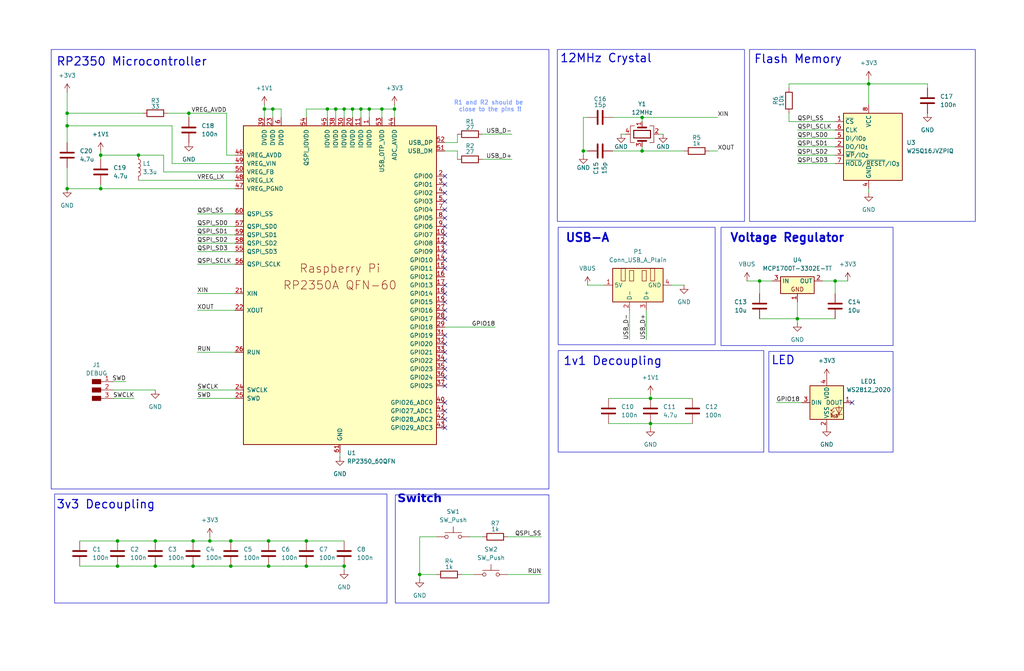
<source format=kicad_sch>
(kicad_sch (version 20250114) (generator "eeschema") (generator_version "9.0")
  (paper "User" 309.88 203.2)
  (lib_symbols
    (symbol "Device:C" (pin_numbers (hide yes)) (pin_names (offset 0.254))
      (property "Reference" "C" (at 0.635 2.54 0))
      (property "Value" "C" (at 0.635 -2.54 0))
      (symbol "C_0_1"
        (polyline (pts (xy -2.032 0.762) (xy 2.032 0.762)) (stroke (width 0.508)))
        (polyline (pts (xy -2.032 -0.762) (xy 2.032 -0.762)) (stroke (width 0.508)))
      )
      (symbol "C_1_1"
        (pin passive line (at 0 3.81 270) (length 2.794) (name "~") (number "1"))
        (pin passive line (at 0 -3.81 90) (length 2.794) (name "~") (number "2"))
      )
    )
    (symbol "Device:Crystal_GND24" (pin_names (offset 1.016) (hide yes))
      (property "Reference" "Y" (at 3.175 5.08 0))
      (property "Value" "Crystal_GND24" (at 3.175 3.175 0))
      (symbol "Crystal_GND24_0_1"
        (polyline (pts (xy -2.54 2.286) (xy -2.54 3.556) (xy 2.54 3.556) (xy 2.54 2.286)))
        (polyline (pts (xy -2.54 0) (xy -2.032 0)))
        (polyline (pts (xy -2.54 -2.286) (xy -2.54 -3.556) (xy 2.54 -3.556) (xy 2.54 -2.286)))
        (polyline (pts (xy -2.032 -1.27) (xy -2.032 1.27)) (stroke (width 0.508)))
        (rectangle (start -1.143 2.54) (end 1.143 -2.54) (stroke (width 0.3048)))
        (polyline (pts (xy 0 3.556) (xy 0 3.81)))
        (polyline (pts (xy 0 -3.81) (xy 0 -3.556)))
        (polyline (pts (xy 2.032 0) (xy 2.54 0)))
        (polyline (pts (xy 2.032 -1.27) (xy 2.032 1.27)) (stroke (width 0.508)))
      )
      (symbol "Crystal_GND24_1_1"
        (pin passive line (at -3.81 0 0) (length 1.27) (name "1") (number "1"))
        (pin passive line (at 0 5.08 270) (length 1.27) (name "2") (number "2"))
        (pin passive line (at 0 -5.08 90) (length 1.27) (name "4") (number "4"))
        (pin passive line (at 3.81 0 180) (length 1.27) (name "3") (number "3"))
      )
    )
    (symbol "Device:L" (pin_numbers (hide yes)) (pin_names (offset 1.016) (hide yes))
      (property "Reference" "L" (at -1.27 0 90))
      (property "Value" "L" (at 1.905 0 90))
      (symbol "L_0_1"
        (arc (start 0 2.54) (mid 0.6323 1.905) (end 0 1.27))
        (arc (start 0 1.27) (mid 0.6323 0.635) (end 0 0))
        (arc (start 0 0) (mid 0.6323 -0.635) (end 0 -1.27))
        (arc (start 0 -1.27) (mid 0.6323 -1.905) (end 0 -2.54))
      )
      (symbol "L_1_1"
        (pin passive line (at 0 3.81 270) (length 1.27) (name "1") (number "1"))
        (pin passive line (at 0 -3.81 90) (length 1.27) (name "2") (number "2"))
      )
    )
    (symbol "Device:R" (pin_numbers (hide yes)) (pin_names (offset 0))
      (property "Reference" "R" (at 2.032 0 90))
      (property "Value" "R" (at 0 0 90))
      (symbol "R_0_1"
        (rectangle (start -1.016 -2.54) (end 1.016 2.54) (stroke (width 0.254)))
      )
      (symbol "R_1_1"
        (pin passive line (at 0 3.81 270) (length 1.27) (name "~") (number "1"))
        (pin passive line (at 0 -3.81 90) (length 1.27) (name "~") (number "2"))
      )
    )
    (symbol "MCU_RaspberryPi_RP2350:RP2350_60QFN" (pin_names (offset 1.016))
      (property "Reference" "U" (at -29.21 49.53 0))
      (property "Value" "RP2350_60QFN" (at 24.13 -49.53 0))
      (symbol "RP2350_60QFN_0_0"
        (text "Raspberry Pi" (at 0 5.08 0) (effects (font (size 2.54 2.54))))
      )
      (symbol "RP2350_60QFN_0_1"
        (rectangle (start 29.21 48.26) (end -29.21 -48.26) (stroke (width 0.254)) (fill (type background)))
      )
      (symbol "RP2350_60QFN_1_0"
        (text "RP2350A QFN-60" (at 0 0 0) (effects (font (size 2.54 2.54))))
      )
      (symbol "RP2350_60QFN_1_1"
        (pin power_in line (at -31.75 39.37 0) (length 2.54) (name "VREG_AVDD") (number "46"))
        (pin power_in line (at -31.75 36.83 0) (length 2.54) (name "VREG_VIN") (number "49"))
        (pin input line (at -31.75 34.29 0) (length 2.54) (name "VREG_FB") (number "50"))
        (pin power_out line (at -31.75 31.75 0) (length 2.54) (name "VREG_LX") (number "48"))
        (pin power_in line (at -31.75 29.21 0) (length 2.54) (name "VREG_PGND") (number "47"))
        (pin bidirectional line (at -31.75 21.59 0) (length 2.54) (name "QSPI_SS") (number "60"))
        (pin bidirectional line (at -31.75 17.78 0) (length 2.54) (name "QSPI_SD0") (number "57"))
        (pin bidirectional line (at -31.75 15.24 0) (length 2.54) (name "QSPI_SD1") (number "59"))
        (pin bidirectional line (at -31.75 12.7 0) (length 2.54) (name "QSPI_SD2") (number "58"))
        (pin bidirectional line (at -31.75 10.16 0) (length 2.54) (name "QSPI_SD3") (number "55"))
        (pin output line (at -31.75 6.35 0) (length 2.54) (name "QSPI_SCLK") (number "56"))
        (pin input line (at -31.75 -2.54 0) (length 2.54) (name "XIN") (number "21"))
        (pin passive line (at -31.75 -7.62 0) (length 2.54) (name "XOUT") (number "22"))
        (pin input line (at -31.75 -20.32 0) (length 2.54) (name "RUN") (number "26"))
        (pin output line (at -31.75 -31.75 0) (length 2.54) (name "SWCLK") (number "24"))
        (pin bidirectional line (at -31.75 -34.29 0) (length 2.54) (name "SWD") (number "25"))
        (pin power_in line (at -22.86 50.8 270) (length 2.54) (name "DVDD") (number "39"))
        (pin power_in line (at -20.32 50.8 270) (length 2.54) (name "DVDD") (number "23"))
        (pin power_in line (at -17.78 50.8 270) (length 2.54) (name "DVDD") (number "6"))
        (pin power_in line (at -10.16 50.8 270) (length 2.54) (name "QSPI_IOVDD") (number "54"))
        (pin power_in line (at -3.81 50.8 270) (length 2.54) (name "IOVDD") (number "45"))
        (pin power_in line (at -1.27 50.8 270) (length 2.54) (name "IOVDD") (number "38"))
        (pin power_in line (at 0 -50.8 90) (length 2.54) (name "GND") (number "61"))
        (pin power_in line (at 1.27 50.8 270) (length 2.54) (name "IOVDD") (number "30"))
        (pin power_in line (at 3.81 50.8 270) (length 2.54) (name "IOVDD") (number "20"))
        (pin power_in line (at 6.35 50.8 270) (length 2.54) (name "IOVDD") (number "11"))
        (pin power_in line (at 8.89 50.8 270) (length 2.54) (name "IOVDD") (number "1"))
        (pin power_in line (at 12.7 50.8 270) (length 2.54) (name "USB_OTP_VDD") (number "53"))
        (pin power_in line (at 16.51 50.8 270) (length 2.54) (name "ADC_AVDD") (number "44"))
        (pin bidirectional line (at 31.75 43.18 180) (length 2.54) (name "USB_DP") (number "52"))
        (pin bidirectional line (at 31.75 40.64 180) (length 2.54) (name "USB_DM") (number "51"))
        (pin bidirectional line (at 31.75 33.02 180) (length 2.54) (name "GPIO0") (number "2"))
        (pin bidirectional line (at 31.75 30.48 180) (length 2.54) (name "GPIO1") (number "3"))
        (pin bidirectional line (at 31.75 27.94 180) (length 2.54) (name "GPIO2") (number "4"))
        (pin bidirectional line (at 31.75 25.4 180) (length 2.54) (name "GPIO3") (number "5"))
        (pin bidirectional line (at 31.75 22.86 180) (length 2.54) (name "GPIO4") (number "7"))
        (pin bidirectional line (at 31.75 20.32 180) (length 2.54) (name "GPIO5") (number "8"))
        (pin bidirectional line (at 31.75 17.78 180) (length 2.54) (name "GPIO6") (number "9"))
        (pin bidirectional line (at 31.75 15.24 180) (length 2.54) (name "GPIO7") (number "10"))
        (pin bidirectional line (at 31.75 12.7 180) (length 2.54) (name "GPIO8") (number "12"))
        (pin bidirectional line (at 31.75 10.16 180) (length 2.54) (name "GPIO9") (number "13"))
        (pin bidirectional line (at 31.75 7.62 180) (length 2.54) (name "GPIO10") (number "14"))
        (pin bidirectional line (at 31.75 5.08 180) (length 2.54) (name "GPIO11") (number "15"))
        (pin bidirectional line (at 31.75 2.54 180) (length 2.54) (name "GPIO12") (number "16"))
        (pin bidirectional line (at 31.75 0 180) (length 2.54) (name "GPIO13") (number "17"))
        (pin bidirectional line (at 31.75 -2.54 180) (length 2.54) (name "GPIO14") (number "18"))
        (pin bidirectional line (at 31.75 -5.08 180) (length 2.54) (name "GPIO15") (number "19"))
        (pin bidirectional line (at 31.75 -7.62 180) (length 2.54) (name "GPIO16") (number "27"))
        (pin bidirectional line (at 31.75 -10.16 180) (length 2.54) (name "GPIO17") (number "28"))
        (pin bidirectional line (at 31.75 -12.7 180) (length 2.54) (name "GPIO18") (number "29"))
        (pin bidirectional line (at 31.75 -15.24 180) (length 2.54) (name "GPIO19") (number "31"))
        (pin bidirectional line (at 31.75 -17.78 180) (length 2.54) (name "GPIO20") (number "32"))
        (pin bidirectional line (at 31.75 -20.32 180) (length 2.54) (name "GPIO21") (number "33"))
        (pin bidirectional line (at 31.75 -22.86 180) (length 2.54) (name "GPIO22") (number "34"))
        (pin bidirectional line (at 31.75 -25.4 180) (length 2.54) (name "GPIO23") (number "35"))
        (pin bidirectional line (at 31.75 -27.94 180) (length 2.54) (name "GPIO24") (number "36"))
        (pin bidirectional line (at 31.75 -30.48 180) (length 2.54) (name "GPIO25") (number "37"))
        (pin bidirectional line (at 31.75 -35.56 180) (length 2.54) (name "GPIO26_ADC0") (number "40"))
        (pin bidirectional line (at 31.75 -38.1 180) (length 2.54) (name "GPIO27_ADC1") (number "41"))
        (pin bidirectional line (at 31.75 -40.64 180) (length 2.54) (name "GPIO28_ADC2") (number "42"))
        (pin bidirectional line (at 31.75 -43.18 180) (length 2.54) (name "GPIO29_ADC3") (number "43"))
      )
    )
    (symbol "Memory_Flash:W25Q128JVS"
      (property "Reference" "U" (at -6.35 11.43 0))
      (property "Value" "W25Q128JVS" (at 7.62 11.43 0))
      (symbol "W25Q128JVS_0_1"
        (rectangle (start -7.62 10.16) (end 10.16 -10.16) (stroke (width 0.254)) (fill (type background)))
      )
      (symbol "W25Q128JVS_1_1"
        (pin input line (at -10.16 7.62 0) (length 2.54) (name "~{CS}") (number "1"))
        (pin input line (at -10.16 5.08 0) (length 2.54) (name "CLK") (number "6"))
        (pin bidirectional line (at -10.16 2.54 0) (length 2.54) (name "DI/IO_{0}") (number "5"))
        (pin bidirectional line (at -10.16 0 0) (length 2.54) (name "DO/IO_{1}") (number "2"))
        (pin bidirectional line (at -10.16 -2.54 0) (length 2.54) (name "~{WP}/IO_{2}") (number "3"))
        (pin bidirectional line (at -10.16 -5.08 0) (length 2.54) (name "~{HOLD}/~{RESET}/IO_{3}") (number "7"))
        (pin power_in line (at 0 12.7 270) (length 2.54) (name "VCC") (number "8"))
        (pin power_in line (at 0 -12.7 90) (length 2.54) (name "GND") (number "4"))
      )
    )
    (symbol "PCM_Voltage_Regulator_AKL:MCP1700T-3302E-TT"
      (property "Reference" "U" (at 0 6.35 0))
      (property "Value" "MCP1700T-3302E-TT" (at 0 3.81 0))
      (symbol "MCP1700T-3302E-TT_0_0"
        (rectangle (start -5.08 1.27) (end 5.08 -3.81) (stroke (width 0.254)) (fill (type background)))
        (text "GND" (at 0 -2.54 0) (effects (font (size 1.27 1.27))))
      )
      (symbol "MCP1700T-3302E-TT_1_1"
        (pin power_in line (at -7.62 0 0) (length 2.54) (name "IN") (number "3"))
        (pin power_in line (at 0 -6.35 90) (length 2.54) (name "~") (number "1"))
        (pin power_out line (at 7.62 0 180) (length 2.54) (name "OUT") (number "2"))
      )
    )
    (symbol "PCM_fab:Conn_USB_A_Plain"
      (property "Reference" "P" (at -5.08 8.89 0))
      (property "Value" "Conn_USB_A_Plain" (at 1.27 8.89 0))
      (symbol "Conn_USB_A_Plain_0_1"
        (rectangle (start -5.08 7.62) (end 5.08 -7.62) (stroke (width 0.254)) (fill (type background)))
        (rectangle (start 1.27 5.08) (end 5.08 3.81))
        (rectangle (start 1.27 2.54) (end 4.445 1.27))
        (rectangle (start 1.27 -1.27) (end 4.445 -2.54))
        (rectangle (start 1.27 -3.81) (end 5.08 -5.08))
      )
      (symbol "Conn_USB_A_Plain_1_1"
        (pin bidirectional line (at -7.62 2.54 0) (length 2.54) (name "D-") (number "2"))
        (pin bidirectional line (at -7.62 -2.54 0) (length 2.54) (name "D+") (number "3"))
        (pin power_in line (at 0 10.16 270) (length 2.54) (name "5V") (number "1"))
        (pin power_in line (at 0 -10.16 90) (length 2.54) (name "GND") (number "4"))
      )
    )
    (symbol "PCM_fab:PinHeader_01x03_P2.54mm_Vertical_THT_D1mm" (pin_names (hide yes))
      (property "Reference" "J" (at 0 5.08 0))
      (property "Value" "PinHeader_01x03_P2.54mm_Vertical_THT_D1mm" (at 0 -5.08 0))
      (symbol "PinHeader_01x03_P2.54mm_Vertical_THT_D1mm_1_1"
        (rectangle (start -1.27 3.175) (end 1.27 1.905) (stroke (width 0.254)) (fill (type outline)))
        (rectangle (start -1.27 0.635) (end 1.27 -0.635) (stroke (width 0.254)) (fill (type outline)))
        (rectangle (start -1.27 -1.905) (end 1.27 -3.175) (stroke (width 0.254)) (fill (type outline)))
        (pin passive line (at 5.08 2.54 180) (length 3.81) (name "Pin_1") (number "1"))
        (pin passive line (at 5.08 0 180) (length 3.81) (name "Pin_2") (number "2"))
        (pin passive line (at 5.08 -2.54 180) (length 3.81) (name "Pin_3") (number "3"))
      )
    )
    (symbol "PCM_marbastlib-various:WS2812_2020" (pin_names (offset 0.254))
      (property "Reference" "LED" (at 5.08 5.715 0))
      (property "Value" "WS2812_2020" (at 1.27 -5.715 0))
      (symbol "WS2812_2020_0_0"
        (text "RGB" (at 2.286 -4.191 0) (effects (font (size 0.762 0.762))))
      )
      (symbol "WS2812_2020_0_1"
        (polyline (pts (xy 1.27 -2.54) (xy 1.778 -2.54)))
        (polyline (pts (xy 1.27 -3.556) (xy 1.778 -3.556)))
        (polyline (pts (xy 2.286 -1.524) (xy 1.27 -2.54) (xy 1.27 -2.032)))
        (polyline (pts (xy 2.286 -2.54) (xy 1.27 -3.556) (xy 1.27 -3.048)))
        (polyline (pts (xy 3.683 -1.016) (xy 3.683 -3.556) (xy 3.683 -4.064)))
        (polyline (pts (xy 4.699 -1.524) (xy 2.667 -1.524) (xy 3.683 -3.556) (xy 4.699 -1.524)))
        (polyline (pts (xy 4.699 -3.556) (xy 2.667 -3.556)))
        (rectangle (start 5.08 5.08) (end -5.08 -5.08) (stroke (width 0.254)) (fill (type background)))
      )
      (symbol "WS2812_2020_1_1"
        (pin input line (at -7.62 0 0) (length 2.54) (name "DIN") (number "3"))
        (pin power_in line (at 0 7.62 270) (length 2.54) (name "VDD") (number "4"))
        (pin power_in line (at 0 -7.62 90) (length 2.54) (name "VSS") (number "2"))
        (pin output line (at 7.62 0 180) (length 2.54) (name "DOUT") (number "1"))
      )
    )
    (symbol "Switch:SW_Push" (pin_numbers (hide yes)) (pin_names (offset 1.016) (hide yes))
      (property "Reference" "SW" (at 1.27 2.54 0))
      (property "Value" "SW_Push" (at 0 -1.524 0))
      (symbol "SW_Push_0_1"
        (circle (center -2.032 0) (radius 0.508))
        (polyline (pts (xy 0 1.27) (xy 0 3.048)))
        (circle (center 2.032 0) (radius 0.508))
        (polyline (pts (xy 2.54 1.27) (xy -2.54 1.27)))
        (pin passive line (at -5.08 0 0) (length 2.54) (name "1") (number "1"))
        (pin passive line (at 5.08 0 180) (length 2.54) (name "2") (number "2"))
      )
    )
    (symbol "power:+1V1" (power) (pin_numbers (hide yes)) (pin_names (offset 0) (hide yes))
      (property "Value" "+1V1" (at 0 3.556 0))
      (symbol "+1V1_0_1"
        (polyline (pts (xy -0.762 1.27) (xy 0 2.54)))
        (polyline (pts (xy 0 2.54) (xy 0.762 1.27)))
        (polyline (pts (xy 0 0) (xy 0 2.54)))
      )
      (symbol "+1V1_1_1"
        (pin power_in line (at 0 0 90) (length 0) (name "~") (number "1"))
      )
    )
    (symbol "power:+3V3" (power) (pin_numbers (hide yes)) (pin_names (offset 0) (hide yes))
      (property "Value" "+3V3" (at 0 3.556 0))
      (symbol "+3V3_0_1"
        (polyline (pts (xy -0.762 1.27) (xy 0 2.54)))
        (polyline (pts (xy 0 2.54) (xy 0.762 1.27)))
        (polyline (pts (xy 0 0) (xy 0 2.54)))
      )
      (symbol "+3V3_1_1"
        (pin power_in line (at 0 0 90) (length 0) (name "~") (number "1"))
      )
    )
    (symbol "power:GND" (power) (pin_numbers (hide yes)) (pin_names (offset 0) (hide yes))
      (property "Value" "GND" (at 0 -3.81 0))
      (symbol "GND_0_1"
        (polyline (pts (xy 0 0) (xy 0 -1.27) (xy 1.27 -1.27) (xy 0 -2.54) (xy -1.27 -1.27) (xy 0 -1.27)))
      )
      (symbol "GND_1_1"
        (pin power_in line (at 0 0 270) (length 0) (name "~") (number "1"))
      )
    )
    (symbol "power:VBUS" (power) (pin_numbers (hide yes)) (pin_names (offset 0) (hide yes))
      (property "Value" "VBUS" (at 0 3.556 0))
      (symbol "VBUS_0_1"
        (polyline (pts (xy -0.762 1.27) (xy 0 2.54)))
        (polyline (pts (xy 0 2.54) (xy 0.762 1.27)))
        (polyline (pts (xy 0 0) (xy 0 2.54)))
      )
      (symbol "VBUS_1_1"
        (pin power_in line (at 0 0 90) (length 0) (name "~") (number "1"))
      )
    )
  )
  (rectangle (start 119.634 149.86) (end 166.116 182.626))
  (rectangle (start 16.51 149.606) (end 117.094 182.626))
  (rectangle (start 218.186 68.834) (end 270.256 104.648))
  (rectangle (start 15.494 14.986) (end 166.116 148.082))
  (rectangle (start 168.91 106.172) (end 231.14 136.906))
  (rectangle (start 226.822 14.986) (end 295.148 67.056))
  (rectangle (start 168.656 14.986) (end 225.298 67.056))
  (rectangle (start 232.664 106.426) (end 270.256 136.906))
  (rectangle (start 168.91 68.834) (end 216.408 104.394))
  (text "Switch\n" (at 127 151.892 0) (effects (font (size 2.54 2.54) (bold yes))))
  (text "Voltage Regulator" (at 238.252 72.136 0) (effects (font (size 2.54 2.54) (thickness 0.508) (bold yes))))
  (text "LED" (at 236.982 109.22 0) (effects (font (size 2.54 2.54) (thickness 0.3175))))
  (text "1v1 Decoupling" (at 185.42 109.474 0) (effects (font (size 2.54 2.54) (thickness 0.3175))))
  (text "R1 and R2 should be \nclose to the pins !!" (at 148.336 32.258 0) (effects (font (size 1.27 1.27) (thickness 0.254) (bold yes))))
  (text "USB-A" (at 177.8 72.136 0) (effects (font (size 2.54 2.54) (thickness 0.508) (bold yes))))
  (text "12MHz Crystal" (at 183.388 17.78 0) (effects (font (size 2.54 2.54) (thickness 0.3175))))
  (text "RP2350 Microcontroller" (at 39.878 18.796 0) (effects (font (size 2.54 2.54) (thickness 0.3175))))
  (text "3v3 Decoupling" (at 32.004 152.908 0) (effects (font (size 2.54 2.54) (thickness 0.3175))))
  (text "Flash Memory" (at 228.092 18.034 0) (effects (font (size 2.54 2.54) (thickness 0.3175)) (justify left)))
  (junction (at 20.32 57.15))
  (junction (at 30.48 57.15))
  (junction (at 41.91 46.99))
  (junction (at 46.99 163.83))
  (junction (at 81.28 171.45))
  (junction (at 252.73 85.09))
  (junction (at 241.3 96.52))
  (junction (at 109.22 33.02))
  (junction (at 35.56 163.83))
  (junction (at 104.14 171.45))
  (junction (at 92.71 163.83))
  (junction (at 57.15 34.29))
  (junction (at 106.68 33.02))
  (junction (at 99.06 33.02))
  (junction (at 35.56 171.45))
  (junction (at 104.14 33.02))
  (junction (at 92.71 171.45))
  (junction (at 194.31 35.56))
  (junction (at 82.55 33.02))
  (junction (at 176.53 45.72))
  (junction (at 46.99 171.45))
  (junction (at 63.5 163.83))
  (junction (at 196.85 120.65))
  (junction (at 80.01 33.02))
  (junction (at 262.89 25.4))
  (junction (at 194.31 45.72))
  (junction (at 81.28 163.83))
  (junction (at 115.57 33.02))
  (junction (at 69.85 171.45))
  (junction (at 229.87 85.09))
  (junction (at 119.38 33.02))
  (junction (at 196.85 128.27))
  (junction (at 101.6 33.02))
  (junction (at 111.76 33.02))
  (junction (at 20.32 38.1))
  (junction (at 20.32 34.29))
  (junction (at 69.85 163.83))
  (junction (at 127 173.99))
  (junction (at 58.42 171.45))
  (junction (at 58.42 163.83))
  (junction (at 30.48 46.99))
  (no_connect (at 134.62 116.84))
  (no_connect (at 134.62 111.76))
  (no_connect (at 134.62 53.34))
  (no_connect (at 134.62 127))
  (no_connect (at 134.62 91.44))
  (no_connect (at 134.62 66.04))
  (no_connect (at 134.62 63.5))
  (no_connect (at 134.62 109.22))
  (no_connect (at 134.62 76.2))
  (no_connect (at 134.62 55.88))
  (no_connect (at 134.62 60.96))
  (no_connect (at 134.62 104.14))
  (no_connect (at 134.62 121.92))
  (no_connect (at 134.62 71.12))
  (no_connect (at 134.62 68.58))
  (no_connect (at 134.62 58.42))
  (no_connect (at 134.62 93.98))
  (no_connect (at 134.62 124.46))
  (no_connect (at 134.62 73.66))
  (no_connect (at 257.81 121.92))
  (no_connect (at 134.62 81.28))
  (no_connect (at 134.62 86.36))
  (no_connect (at 134.62 129.54))
  (no_connect (at 134.62 106.68))
  (no_connect (at 134.62 101.6))
  (no_connect (at 134.62 78.74))
  (no_connect (at 134.62 114.3))
  (no_connect (at 134.62 88.9))
  (no_connect (at 134.62 96.52))
  (wire (pts (xy 252.73 85.09) (xy 256.54 85.09)))
  (wire (pts (xy 238.76 25.4) (xy 262.89 25.4)))
  (wire (pts (xy 119.38 31.75) (xy 119.38 33.02)))
  (wire (pts (xy 49.53 52.07) (xy 49.53 46.99)))
  (wire (pts (xy 46.99 171.45) (xy 58.42 171.45)))
  (wire (pts (xy 194.31 35.56) (xy 194.31 36.83)))
  (wire (pts (xy 59.69 88.9) (xy 71.12 88.9)))
  (wire (pts (xy 238.76 25.4) (xy 238.76 26.67)))
  (wire (pts (xy 104.14 33.02) (xy 104.14 35.56)))
  (wire (pts (xy 30.48 57.15) (xy 30.48 55.88)))
  (wire (pts (xy 30.48 48.26) (xy 30.48 46.99)))
  (wire (pts (xy 85.09 35.56) (xy 85.09 33.02)))
  (wire (pts (xy 106.68 33.02) (xy 109.22 33.02)))
  (wire (pts (xy 24.13 163.83) (xy 35.56 163.83)))
  (wire (pts (xy 127 173.99) (xy 127 175.26)))
  (wire (pts (xy 138.43 45.72) (xy 138.43 48.26)))
  (wire (pts (xy 262.89 25.4) (xy 280.67 25.4)))
  (wire (pts (xy 176.53 46.99) (xy 176.53 45.72)))
  (wire (pts (xy 82.55 33.02) (xy 82.55 35.56)))
  (wire (pts (xy 59.69 64.77) (xy 71.12 64.77)))
  (wire (pts (xy 109.22 33.02) (xy 109.22 35.56)))
  (wire (pts (xy 35.56 171.45) (xy 46.99 171.45)))
  (wire (pts (xy 280.67 25.4) (xy 280.67 26.67)))
  (wire (pts (xy 92.71 163.83) (xy 104.14 163.83)))
  (wire (pts (xy 241.3 46.99) (xy 252.73 46.99)))
  (wire (pts (xy 194.31 45.72) (xy 207.01 45.72)))
  (wire (pts (xy 262.89 24.13) (xy 262.89 25.4)))
  (wire (pts (xy 68.58 46.99) (xy 71.12 46.99)))
  (wire (pts (xy 146.05 48.26) (xy 154.94 48.26)))
  (wire (pts (xy 52.07 49.53) (xy 71.12 49.53)))
  (wire (pts (xy 238.76 36.83) (xy 252.73 36.83)))
  (wire (pts (xy 196.85 120.65) (xy 184.15 120.65)))
  (wire (pts (xy 20.32 27.94) (xy 20.32 34.29)))
  (wire (pts (xy 20.32 38.1) (xy 52.07 38.1)))
  (wire (pts (xy 217.17 45.72) (xy 214.63 45.72)))
  (wire (pts (xy 194.31 35.56) (xy 217.17 35.56)))
  (wire (pts (xy 196.85 120.65) (xy 209.55 120.65)))
  (wire (pts (xy 238.76 34.29) (xy 238.76 36.83)))
  (wire (pts (xy 49.53 52.07) (xy 71.12 52.07)))
  (wire (pts (xy 184.15 128.27) (xy 196.85 128.27)))
  (wire (pts (xy 57.15 34.29) (xy 68.58 34.29)))
  (wire (pts (xy 101.6 33.02) (xy 104.14 33.02)))
  (wire (pts (xy 176.53 35.56) (xy 177.8 35.56)))
  (wire (pts (xy 176.53 35.56) (xy 176.53 45.72)))
  (wire (pts (xy 41.91 46.99) (xy 49.53 46.99)))
  (wire (pts (xy 59.69 93.98) (xy 71.12 93.98)))
  (wire (pts (xy 229.87 96.52) (xy 241.3 96.52)))
  (wire (pts (xy 81.28 171.45) (xy 92.71 171.45)))
  (wire (pts (xy 252.73 88.9) (xy 252.73 85.09)))
  (wire (pts (xy 63.5 162.56) (xy 63.5 163.83)))
  (wire (pts (xy 46.99 163.83) (xy 58.42 163.83)))
  (wire (pts (xy 177.8 86.36) (xy 182.88 86.36)))
  (wire (pts (xy 143.51 173.99) (xy 139.7 173.99)))
  (wire (pts (xy 85.09 33.02) (xy 82.55 33.02)))
  (wire (pts (xy 30.48 57.15) (xy 71.12 57.15)))
  (wire (pts (xy 20.32 57.15) (xy 30.48 57.15)))
  (wire (pts (xy 99.06 33.02) (xy 101.6 33.02)))
  (wire (pts (xy 104.14 33.02) (xy 106.68 33.02)))
  (wire (pts (xy 241.3 97.79) (xy 241.3 96.52)))
  (wire (pts (xy 194.31 45.72) (xy 194.31 44.45)))
  (wire (pts (xy 142.24 162.56) (xy 146.05 162.56)))
  (wire (pts (xy 146.05 40.64) (xy 154.94 40.64)))
  (wire (pts (xy 69.85 163.83) (xy 81.28 163.83)))
  (wire (pts (xy 24.13 171.45) (xy 35.56 171.45)))
  (wire (pts (xy 59.69 118.11) (xy 71.12 118.11)))
  (wire (pts (xy 41.91 54.61) (xy 71.12 54.61)))
  (wire (pts (xy 127 162.56) (xy 127 173.99)))
  (wire (pts (xy 111.76 33.02) (xy 111.76 35.56)))
  (wire (pts (xy 163.83 173.99) (xy 153.67 173.99)))
  (wire (pts (xy 229.87 85.09) (xy 233.68 85.09)))
  (wire (pts (xy 207.01 86.36) (xy 203.2 86.36)))
  (wire (pts (xy 200.66 40.64) (xy 199.39 40.64)))
  (wire (pts (xy 248.92 85.09) (xy 252.73 85.09)))
  (wire (pts (xy 196.85 129.54) (xy 196.85 128.27)))
  (wire (pts (xy 185.42 45.72) (xy 194.31 45.72)))
  (wire (pts (xy 241.3 96.52) (xy 252.73 96.52)))
  (wire (pts (xy 241.3 41.91) (xy 252.73 41.91)))
  (wire (pts (xy 68.58 34.29) (xy 68.58 46.99)))
  (wire (pts (xy 57.15 35.56) (xy 57.15 34.29)))
  (wire (pts (xy 20.32 57.15) (xy 20.32 50.8)))
  (wire (pts (xy 241.3 91.44) (xy 241.3 96.52)))
  (wire (pts (xy 101.6 33.02) (xy 101.6 35.56)))
  (wire (pts (xy 109.22 33.02) (xy 111.76 33.02)))
  (wire (pts (xy 59.69 68.58) (xy 71.12 68.58)))
  (wire (pts (xy 111.76 33.02) (xy 115.57 33.02)))
  (wire (pts (xy 134.62 43.18) (xy 138.43 43.18)))
  (wire (pts (xy 226.06 85.09) (xy 229.87 85.09)))
  (wire (pts (xy 30.48 45.72) (xy 30.48 46.99)))
  (wire (pts (xy 99.06 35.56) (xy 99.06 33.02)))
  (wire (pts (xy 115.57 33.02) (xy 119.38 33.02)))
  (wire (pts (xy 234.95 121.92) (xy 242.57 121.92)))
  (wire (pts (xy 50.8 34.29) (xy 57.15 34.29)))
  (wire (pts (xy 58.42 163.83) (xy 63.5 163.83)))
  (wire (pts (xy 262.89 58.42) (xy 262.89 57.15)))
  (wire (pts (xy 176.53 45.72) (xy 177.8 45.72)))
  (wire (pts (xy 134.62 45.72) (xy 138.43 45.72)))
  (wire (pts (xy 59.69 120.65) (xy 71.12 120.65)))
  (wire (pts (xy 262.89 25.4) (xy 262.89 31.75)))
  (wire (pts (xy 102.87 138.43) (xy 102.87 137.16)))
  (wire (pts (xy 59.69 106.68) (xy 71.12 106.68)))
  (wire (pts (xy 81.28 163.83) (xy 92.71 163.83)))
  (wire (pts (xy 104.14 172.72) (xy 104.14 171.45)))
  (wire (pts (xy 138.43 43.18) (xy 138.43 40.64)))
  (wire (pts (xy 119.38 33.02) (xy 119.38 35.56)))
  (wire (pts (xy 241.3 44.45) (xy 252.73 44.45)))
  (wire (pts (xy 38.1 115.57) (xy 34.29 115.57)))
  (wire (pts (xy 52.07 38.1) (xy 52.07 49.53)))
  (wire (pts (xy 127 162.56) (xy 132.08 162.56)))
  (wire (pts (xy 80.01 33.02) (xy 80.01 35.56)))
  (wire (pts (xy 40.64 120.65) (xy 34.29 120.65)))
  (wire (pts (xy 115.57 33.02) (xy 115.57 35.56)))
  (wire (pts (xy 185.42 35.56) (xy 194.31 35.56)))
  (wire (pts (xy 59.69 71.12) (xy 71.12 71.12)))
  (wire (pts (xy 127 173.99) (xy 132.08 173.99)))
  (wire (pts (xy 81.28 171.45) (xy 69.85 171.45)))
  (wire (pts (xy 59.69 76.2) (xy 71.12 76.2)))
  (wire (pts (xy 104.14 171.45) (xy 92.71 171.45)))
  (wire (pts (xy 241.3 39.37) (xy 252.73 39.37)))
  (wire (pts (xy 46.99 118.11) (xy 34.29 118.11)))
  (wire (pts (xy 196.85 119.38) (xy 196.85 120.65)))
  (wire (pts (xy 20.32 43.18) (xy 20.32 38.1)))
  (wire (pts (xy 80.01 31.75) (xy 80.01 33.02)))
  (wire (pts (xy 30.48 46.99) (xy 41.91 46.99)))
  (wire (pts (xy 92.71 33.02) (xy 99.06 33.02)))
  (wire (pts (xy 35.56 163.83) (xy 46.99 163.83)))
  (wire (pts (xy 209.55 128.27) (xy 196.85 128.27)))
  (wire (pts (xy 187.96 40.64) (xy 189.23 40.64)))
  (wire (pts (xy 92.71 35.56) (xy 92.71 33.02)))
  (wire (pts (xy 241.3 49.53) (xy 252.73 49.53)))
  (wire (pts (xy 134.62 99.06) (xy 149.86 99.06)))
  (wire (pts (xy 80.01 33.02) (xy 82.55 33.02)))
  (wire (pts (xy 190.5 93.98) (xy 190.5 102.87)))
  (wire (pts (xy 229.87 88.9) (xy 229.87 85.09)))
  (wire (pts (xy 163.83 162.56) (xy 153.67 162.56)))
  (wire (pts (xy 195.58 93.98) (xy 195.58 102.87)))
  (wire (pts (xy 58.42 171.45) (xy 69.85 171.45)))
  (wire (pts (xy 63.5 163.83) (xy 69.85 163.83)))
  (wire (pts (xy 59.69 80.01) (xy 71.12 80.01)))
  (wire (pts (xy 59.69 73.66) (xy 71.12 73.66)))
  (wire (pts (xy 106.68 33.02) (xy 106.68 35.56)))
  (wire (pts (xy 20.32 34.29) (xy 20.32 38.1)))
  (wire (pts (xy 20.32 34.29) (xy 43.18 34.29)))
  (label "QSPI_SS" (at 59.69 64.77 0))
  (label "QSPI_SS" (at 241.3 36.83 0))
  (label "XIN" (at 59.69 88.9 0))
  (label "QSPI_SD0" (at 59.69 68.58 0))
  (label "GPIO18" (at 149.86 99.06 180))
  (label "USB_D+" (at 154.94 48.26 180))
  (label "SWCLK" (at 59.69 118.11 0))
  (label "QSPI_SD3" (at 241.3 49.53 0))
  (label "QSPI_SCLK" (at 241.3 39.37 0))
  (label "XOUT" (at 217.17 45.72 0))
  (label "QSPI_SD3" (at 59.69 76.2 0))
  (label "USB_D-" (at 190.5 102.87 90))
  (label "RUN" (at 163.83 173.99 180))
  (label "QSPI_SS" (at 163.83 162.56 180))
  (label "USB_D-" (at 154.94 40.64 180))
  (label "GPIO18" (at 234.95 121.92 0))
  (label "RUN" (at 59.69 106.68 0))
  (label "VREG_LX" (at 59.69 54.61 0))
  (label "QSPI_SCLK" (at 59.69 80.01 0))
  (label "SWD" (at 38.1 115.57 180))
  (label "QSPI_SD2" (at 241.3 46.99 0))
  (label "SWCLK" (at 40.64 120.65 180))
  (label "QSPI_SD0" (at 241.3 41.91 0))
  (label "SWD" (at 59.69 120.65 0))
  (label "QSPI_SD1" (at 241.3 44.45 0))
  (label "XOUT" (at 59.69 93.98 0))
  (label "VREG_AVDD" (at 68.58 34.29 180))
  (label "XIN" (at 217.17 35.56 0))
  (label "QSPI_SD1" (at 59.69 71.12 0))
  (label "USB_D+" (at 195.58 102.87 90))
  (label "QSPI_SD2" (at 59.69 73.66 0))
  (symbol (lib_id "Device:R") (at 210.82 45.72 90) (unit 1)
    (property "Reference" "R5" (at 210.82 41.656 90))
    (property "Value" "1k" (at 210.82 43.434 90))
    (property "Footprint" "Resistor_SMD:R_0402_1005Metric" (effects (hide yes)))
    (property "Description" "Resistor" (effects (hide yes)))
  )
  (symbol (lib_id "power:+3V3") (at 256.54 85.09 0) (unit 1)
    (property "Reference" "#PWR016" (effects (hide yes)))
    (property "Value" "+3V3" (at 256.54 80.01 0))
    (property "Description" "Power symbol creates a global label with name \"+3V3\"" (effects (hide yes)))
  )
  (symbol (lib_id "Device:C") (at 81.28 167.64 0) (unit 1)
    (property "Reference" "C6" (at 85.09 166.3699 0) (effects (justify left)))
    (property "Value" "100n" (at 85.09 168.9099 0) (effects (justify left)))
    (property "Footprint" "Capacitor_SMD:C_0402_1005Metric" (effects (hide yes)))
    (property "Description" "Unpolarized capacitor" (effects (hide yes)))
  )
  (symbol (lib_id "Device:R") (at 46.99 34.29 90) (unit 1)
    (property "Reference" "R3" (at 46.99 30.48 90))
    (property "Value" "33" (at 46.99 32.258 90))
    (property "Footprint" "Resistor_SMD:R_0402_1005Metric" (effects (hide yes)))
    (property "Description" "Resistor" (effects (hide yes)))
  )
  (symbol (lib_id "Device:C") (at 30.48 52.07 0) (unit 1)
    (property "Reference" "C19" (at 34.29 50.7999 0) (effects (justify left)))
    (property "Value" "4.7u" (at 34.29 53.3399 0) (effects (justify left)))
    (property "Footprint" "Capacitor_SMD:C_0402_1005Metric" (effects (hide yes)))
    (property "Description" "Unpolarized capacitor" (effects (hide yes)))
  )
  (symbol (lib_id "Device:C") (at 46.99 167.64 0) (unit 1)
    (property "Reference" "C3" (at 50.8 166.3699 0) (effects (justify left)))
    (property "Value" "100n" (at 50.8 168.9099 0) (effects (justify left)))
    (property "Footprint" "Capacitor_SMD:C_0402_1005Metric" (effects (hide yes)))
    (property "Description" "Unpolarized capacitor" (effects (hide yes)))
  )
  (symbol (lib_id "power:GND") (at 241.3 97.79 0) (unit 1)
    (property "Reference" "#PWR015" (effects (hide yes)))
    (property "Value" "GND" (at 241.3 102.87 0))
    (property "Description" "Power symbol creates a global label with name \"GND\" , ground" (effects (hide yes)))
  )
  (symbol (lib_id "MCU_RaspberryPi_RP2350:RP2350_60QFN") (at 102.87 86.36 0) (unit 1)
    (property "Reference" "U1" (at 105.0133 137.16 0) (effects (justify left)))
    (property "Value" "RP2350_60QFN" (at 105.0133 139.7 0) (effects (justify left)))
    (property "Footprint" "lib:RP2350-QFN-60-1EP_7x7_P0.4mm_EP3.4x3.4mm_ThermalVias" (effects (hide yes)))
  )
  (symbol (lib_id "Device:C") (at 20.32 46.99 0) (unit 1)
    (property "Reference" "C20" (at 24.13 45.7199 0) (effects (justify left)))
    (property "Value" "4.7u" (at 24.13 48.2599 0) (effects (justify left)))
    (property "Footprint" "Capacitor_SMD:C_0402_1005Metric" (effects (hide yes)))
    (property "Description" "Unpolarized capacitor" (effects (hide yes)))
  )
  (symbol (lib_id "power:+3V3") (at 262.89 24.13 0) (unit 1)
    (property "Reference" "#PWR022" (effects (hide yes)))
    (property "Value" "+3V3" (at 262.89 19.05 0))
    (property "Description" "Power symbol creates a global label with name \"+3V3\"" (effects (hide yes)))
  )
  (symbol (lib_id "Device:C") (at 92.71 167.64 0) (unit 1)
    (property "Reference" "C7" (at 96.52 166.3699 0) (effects (justify left)))
    (property "Value" "100n" (at 96.52 168.9099 0) (effects (justify left)))
    (property "Footprint" "Capacitor_SMD:C_0402_1005Metric" (effects (hide yes)))
    (property "Description" "Unpolarized capacitor" (effects (hide yes)))
  )
  (symbol (lib_id "power:GND") (at 187.96 40.64 0) (unit 1)
    (property "Reference" "#PWR017" (effects (hide yes)))
    (property "Value" "GND" (at 187.96 44.45 0))
    (property "Description" "Power symbol creates a global label with name \"GND\" , ground" (effects (hide yes)))
  )
  (symbol (lib_id "power:GND") (at 262.89 58.42 0) (unit 1)
    (property "Reference" "#PWR020" (effects (hide yes)))
    (property "Value" "GND" (at 262.89 63.5 0))
    (property "Description" "Power symbol creates a global label with name \"GND\" , ground" (effects (hide yes)))
  )
  (symbol (lib_id "power:GND") (at 46.99 118.11 0) (unit 1)
    (property "Reference" "#PWR027" (effects (hide yes)))
    (property "Value" "GND" (at 46.99 123.19 0))
    (property "Description" "Power symbol creates a global label with name \"GND\" , ground" (effects (hide yes)))
  )
  (symbol (lib_id "Device:Crystal_GND24") (at 194.31 40.64 270) (unit 1)
    (property "Reference" "Y1" (at 194.31 31.496 90))
    (property "Value" "12MHz" (at 194.31 34.036 90))
    (property "Footprint" "Crystal:Crystal_SMD_3225-4Pin_3.2x2.5mm" (effects (hide yes)))
    (property "Description" "Four pin crystal, GND on pins 2 and 4" (effects (hide yes)))
  )
  (symbol (lib_id "power:VBUS") (at 177.8 86.36 0) (unit 1)
    (property "Reference" "#PWR07" (effects (hide yes)))
    (property "Value" "VBUS" (at 177.8 81.28 0))
    (property "Description" "Power symbol creates a global label with name \"VBUS\"" (effects (hide yes)))
  )
  (symbol (lib_id "Device:C") (at 69.85 167.64 0) (unit 1)
    (property "Reference" "C5" (at 73.66 166.3699 0) (effects (justify left)))
    (property "Value" "100n" (at 73.66 168.9099 0) (effects (justify left)))
    (property "Footprint" "Capacitor_SMD:C_0402_1005Metric" (effects (hide yes)))
    (property "Description" "Unpolarized capacitor" (effects (hide yes)))
  )
  (symbol (lib_id "power:GND") (at 196.85 129.54 0) (unit 1)
    (property "Reference" "#PWR011" (effects (hide yes)))
    (property "Value" "GND" (at 196.85 134.62 0))
    (property "Description" "Power symbol creates a global label with name \"GND\" , ground" (effects (hide yes)))
  )
  (symbol (lib_id "Device:C") (at 252.73 92.71 180) (unit 1)
    (property "Reference" "C14" (at 256.54 91.4399 0) (effects (justify right)))
    (property "Value" "10u" (at 256.54 93.9799 0) (effects (justify right)))
    (property "Footprint" "Capacitor_SMD:C_0402_1005Metric" (effects (hide yes)))
    (property "Description" "Unpolarized capacitor" (effects (hide yes)))
  )
  (symbol (lib_id "Device:R") (at 142.24 40.64 90) (unit 1)
    (property "Reference" "R1" (at 142.24 36.83 90))
    (property "Value" "27" (at 142.24 38.608 90))
    (property "Footprint" "Resistor_SMD:R_0402_1005Metric" (effects (hide yes)))
    (property "Description" "Resistor" (effects (hide yes)))
  )
  (symbol (lib_id "power:GND") (at 250.19 129.54 0) (unit 1)
    (property "Reference" "#PWR012" (effects (hide yes)))
    (property "Value" "GND" (at 250.19 134.62 0))
    (property "Description" "Power symbol creates a global label with name \"GND\" , ground" (effects (hide yes)))
  )
  (symbol (lib_id "power:+1V1") (at 196.85 119.38 0) (unit 1)
    (property "Reference" "#PWR023" (effects (hide yes)))
    (property "Value" "+1V1" (at 196.85 114.3 0))
    (property "Description" "Power symbol creates a global label with name \"+1V1\"" (effects (hide yes)))
  )
  (symbol (lib_id "Device:R") (at 135.89 173.99 270) (mirror x) (unit 1)
    (property "Reference" "R4" (at 135.89 169.926 90))
    (property "Value" "1k" (at 135.89 171.704 90))
    (property "Footprint" "Resistor_SMD:R_0402_1005Metric" (effects (hide yes)))
    (property "Description" "Resistor" (effects (hide yes)))
  )
  (symbol (lib_id "power:+3V3") (at 250.19 114.3 0) (unit 1)
    (property "Reference" "#PWR013" (effects (hide yes)))
    (property "Value" "+3V3" (at 250.19 109.22 0))
    (property "Description" "Power symbol creates a global label with name \"+3V3\"" (effects (hide yes)))
  )
  (symbol (lib_id "power:GND") (at 57.15 43.18 0) (unit 1)
    (property "Reference" "#PWR014" (effects (hide yes)))
    (property "Value" "GND" (at 57.15 48.26 0))
    (property "Description" "Power symbol creates a global label with name \"GND\" , ground" (effects (hide yes)))
  )
  (symbol (lib_id "power:+3V3") (at 63.5 162.56 0) (unit 1)
    (property "Reference" "#PWR09" (effects (hide yes)))
    (property "Value" "+3V3" (at 63.5 157.48 0))
    (property "Description" "Power symbol creates a global label with name \"+3V3\"" (effects (hide yes)))
  )
  (symbol (lib_id "PCM_fab:PinHeader_01x03_P2.54mm_Vertical_THT_D1mm") (at 29.21 118.11 0) (unit 1)
    (property "Reference" "J1" (at 29.21 110.49 0))
    (property "Value" "DEBUG" (at 29.21 113.03 0))
    (property "Footprint" "PCM_fab:PinHeader_01x03_P2.54mm_Vertical_THT_D1mm" (effects (hide yes)))
    (property "Description" "Male connector, single row" (effects (hide yes)))
  )
  (symbol (lib_id "power:GND") (at 176.53 46.99 0) (unit 1)
    (property "Reference" "#PWR019" (effects (hide yes)))
    (property "Value" "GND" (at 176.53 50.8 0))
    (property "Description" "Power symbol creates a global label with name \"GND\" , ground" (effects (hide yes)))
  )
  (symbol (lib_id "Device:C") (at 57.15 39.37 0) (unit 1)
    (property "Reference" "C18" (at 60.96 38.0999 0) (effects (justify left)))
    (property "Value" "100n" (at 60.96 40.6399 0) (effects (justify left)))
    (property "Footprint" "Capacitor_SMD:C_0402_1005Metric" (effects (hide yes)))
    (property "Description" "Unpolarized capacitor" (effects (hide yes)))
  )
  (symbol (lib_id "Device:C") (at 196.85 124.46 0) (unit 1)
    (property "Reference" "C11" (at 200.66 123.1899 0) (effects (justify left)))
    (property "Value" "4.7u" (at 200.66 125.7299 0) (effects (justify left)))
    (property "Footprint" "Capacitor_SMD:C_0402_1005Metric" (effects (hide yes)))
    (property "Description" "Unpolarized capacitor" (effects (hide yes)))
  )
  (symbol (lib_id "power:GND") (at 207.01 86.36 0) (unit 1)
    (property "Reference" "#PWR010" (effects (hide yes)))
    (property "Value" "GND" (at 207.01 91.44 0))
    (property "Description" "Power symbol creates a global label with name \"GND\" , ground" (effects (hide yes)))
  )
  (symbol (lib_id "power:+3V3") (at 119.38 31.75 0) (unit 1)
    (property "Reference" "#PWR02" (effects (hide yes)))
    (property "Value" "+3V3" (at 119.38 26.67 0))
    (property "Description" "Power symbol creates a global label with name \"+3V3\"" (effects (hide yes)))
  )
  (symbol (lib_id "power:GND") (at 102.87 138.43 0) (unit 1)
    (property "Reference" "#PWR05" (effects (hide yes)))
    (property "Value" "GND" (at 102.87 143.51 0))
    (property "Description" "Power symbol creates a global label with name \"GND\" , ground" (effects (hide yes)))
  )
  (symbol (lib_id "Device:C") (at 184.15 124.46 0) (unit 1)
    (property "Reference" "C10" (at 187.96 123.1899 0) (effects (justify left)))
    (property "Value" "100n" (at 187.96 125.7299 0) (effects (justify left)))
    (property "Footprint" "Capacitor_SMD:C_0402_1005Metric" (effects (hide yes)))
    (property "Description" "Unpolarized capacitor" (effects (hide yes)))
  )
  (symbol (lib_id "PCM_fab:Conn_USB_A_Plain") (at 193.04 86.36 90) (unit 1)
    (property "Reference" "P1" (at 193.04 76.2 90))
    (property "Value" "Conn_USB_A_Plain" (at 193.04 78.74 90))
    (property "Footprint" "PCM_fab:Conn_USB_A_Plain" (effects (hide yes)))
    (property "Description" "Plain USB connector that can be milled with as PCB milling machine" (effects (hide yes)))
  )
  (symbol (lib_id "Switch:SW_Push") (at 137.16 162.56 0) (unit 1)
    (property "Reference" "SW1" (at 137.16 154.94 0))
    (property "Value" "SW_Push" (at 137.16 157.48 0))
    (property "Footprint" "Button_Switch_SMD:SW_Push_SPST_NO_Alps_SKRK" (effects (hide yes)))
    (property "Description" "Push button switch, generic, two pins" (effects (hide yes)))
  )
  (symbol (lib_id "Device:C") (at 229.87 92.71 0) (mirror x) (unit 1)
    (property "Reference" "C13" (at 226.06 91.4399 0) (effects (justify right)))
    (property "Value" "10u" (at 226.06 93.9799 0) (effects (justify right)))
    (property "Footprint" "Capacitor_SMD:C_0402_1005Metric" (effects (hide yes)))
    (property "Description" "Unpolarized capacitor" (effects (hide yes)))
  )
  (symbol (lib_id "Device:R") (at 238.76 30.48 0) (mirror y) (unit 1)
    (property "Reference" "R6" (at 234.696 30.48 90))
    (property "Value" "10k" (at 236.474 30.48 90))
    (property "Footprint" "Resistor_SMD:R_0402_1005Metric" (effects (hide yes)))
    (property "Description" "Resistor" (effects (hide yes)))
  )
  (symbol (lib_id "Device:C") (at 35.56 167.64 0) (unit 1)
    (property "Reference" "C2" (at 39.37 166.3699 0) (effects (justify left)))
    (property "Value" "100n" (at 39.37 168.9099 0) (effects (justify left)))
    (property "Footprint" "Capacitor_SMD:C_0402_1005Metric" (effects (hide yes)))
    (property "Description" "Unpolarized capacitor" (effects (hide yes)))
  )
  (symbol (lib_id "PCM_Voltage_Regulator_AKL:MCP1700T-3302E-TT") (at 241.3 85.09 0) (unit 1)
    (property "Reference" "U4" (at 241.3 78.74 0))
    (property "Value" "MCP1700T-3302E-TT" (at 241.3 81.28 0))
    (property "Footprint" "PCM_Package_TO_SOT_SMD_AKL:SOT-23" (effects (hide yes)))
    (property "Datasheet" "https://ww1.microchip.com/downloads/en/DeviceDoc/MCP1700-Low-Quiescent-Current-LDO-20001826E.pdf" (effects (hide yes)))
    (property "Description" "SOT-23 3.3V 250mA Low dropout 3-terminal voltage regulator, Alternate KiCad Library" (effects (hide yes)))
  )
  (symbol (lib_id "Device:R") (at 142.24 48.26 270) (mirror x) (unit 1)
    (property "Reference" "R2" (at 142.24 44.196 90))
    (property "Value" "27" (at 142.24 45.974 90))
    (property "Footprint" "Resistor_SMD:R_0402_1005Metric" (effects (hide yes)))
    (property "Description" "Resistor" (effects (hide yes)))
  )
  (symbol (lib_id "power:GND") (at 104.14 172.72 0) (unit 1)
    (property "Reference" "#PWR04" (effects (hide yes)))
    (property "Value" "GND" (at 104.14 177.8 0))
    (property "Description" "Power symbol creates a global label with name \"GND\" , ground" (effects (hide yes)))
  )
  (symbol (lib_id "Memory_Flash:W25Q128JVS") (at 262.89 44.45 0) (unit 1)
    (property "Reference" "U3" (at 274.32 43.1799 0) (effects (justify left)))
    (property "Value" "W25Q16JVZPIQ" (at 274.32 45.7199 0) (effects (justify left)))
    (property "Footprint" "Package_SON:Winbond_USON-8-1EP_3x2mm_P0.5mm_EP0.2x1.6mm" (effects (hide yes)))
    (property "Datasheet" "https://www.winbond.com/resource-files/w25q128jv_dtr%20revc%2003272018%20plus.pdf" (effects (hide yes)))
    (property "Description" "128Mbit / 16MiB Serial Flash Memory, Standard/Dual/Quad SPI, 2.7-3.6V, SOIC-8" (effects (hide yes)))
  )
  (symbol (lib_id "Device:R") (at 149.86 162.56 270) (mirror x) (unit 1)
    (property "Reference" "R7" (at 149.86 158.496 90))
    (property "Value" "1k" (at 149.86 160.274 90))
    (property "Footprint" "Resistor_SMD:R_0402_1005Metric" (effects (hide yes)))
    (property "Description" "Resistor" (effects (hide yes)))
  )
  (symbol (lib_id "PCM_marbastlib-various:WS2812_2020") (at 250.19 121.92 0) (unit 1)
    (property "Reference" "LED1" (at 262.89 115.4998 0))
    (property "Value" "WS2812_2020" (at 262.89 118.0398 0))
    (property "Footprint" "PCM_marbastlib-various:LED_WS2812_2020" (effects (hide yes)))
    (property "Datasheet" "https://www.world-semi.com/DownLoadFile/139" (effects (hide yes)))
    (property "Description" "2020 SMD adressable RGB LED with integrated controller" (effects (hide yes)))
  )
  (symbol (lib_id "Device:L") (at 41.91 50.8 0) (unit 1)
    (property "Reference" "L1" (at 43.18 49.5299 0) (effects (justify left)))
    (property "Value" "3.3u" (at 43.18 52.0699 0) (effects (justify left)))
    (property "Footprint" "lib:L_pol_2016" (effects (hide yes)))
    (property "Description" "Inductor" (effects (hide yes)))
  )
  (symbol (lib_id "Device:C") (at 58.42 167.64 0) (unit 1)
    (property "Reference" "C4" (at 62.23 166.3699 0) (effects (justify left)))
    (property "Value" "100n" (at 62.23 168.9099 0) (effects (justify left)))
    (property "Footprint" "Capacitor_SMD:C_0402_1005Metric" (effects (hide yes)))
    (property "Description" "Unpolarized capacitor" (effects (hide yes)))
  )
  (symbol (lib_id "Device:C") (at 209.55 124.46 0) (unit 1)
    (property "Reference" "C12" (at 213.36 123.1899 0) (effects (justify left)))
    (property "Value" "100n" (at 213.36 125.7299 0) (effects (justify left)))
    (property "Footprint" "Capacitor_SMD:C_0402_1005Metric" (effects (hide yes)))
    (property "Description" "Unpolarized capacitor" (effects (hide yes)))
  )
  (symbol (lib_id "Device:C") (at 104.14 167.64 0) (unit 1)
    (property "Reference" "C8" (at 107.95 166.3699 0) (effects (justify left)))
    (property "Value" "100n" (at 107.95 168.9099 0) (effects (justify left)))
    (property "Footprint" "Capacitor_SMD:C_0402_1005Metric" (effects (hide yes)))
    (property "Description" "Unpolarized capacitor" (effects (hide yes)))
  )
  (symbol (lib_id "power:GND") (at 20.32 57.15 0) (unit 1)
    (property "Reference" "#PWR03" (effects (hide yes)))
    (property "Value" "GND" (at 20.32 62.23 0))
    (property "Description" "Power symbol creates a global label with name \"GND\" , ground" (effects (hide yes)))
  )
  (symbol (lib_id "Device:C") (at 181.61 35.56 90) (unit 1)
    (property "Reference" "C16" (at 181.61 29.972 90))
    (property "Value" "15p" (at 181.61 31.75 90))
    (property "Footprint" "Capacitor_SMD:C_0402_1005Metric" (effects (hide yes)))
    (property "Description" "Unpolarized capacitor" (effects (hide yes)))
  )
  (symbol (lib_id "power:+1V1") (at 30.48 45.72 0) (unit 1)
    (property "Reference" "#PWR026" (effects (hide yes)))
    (property "Value" "+1V1" (at 30.48 40.64 0))
    (property "Description" "Power symbol creates a global label with name \"+1V1\"" (effects (hide yes)))
  )
  (symbol (lib_id "Switch:SW_Push") (at 148.59 173.99 0) (mirror y) (unit 1)
    (property "Reference" "SW2" (at 148.59 166.37 0))
    (property "Value" "SW_Push" (at 148.59 168.91 0))
    (property "Footprint" "Button_Switch_SMD:SW_Push_SPST_NO_Alps_SKRK" (effects (hide yes)))
    (property "Description" "Push button switch, generic, two pins" (effects (hide yes)))
  )
  (symbol (lib_id "power:GND") (at 127 175.26 0) (unit 1)
    (property "Reference" "#PWR024" (effects (hide yes)))
    (property "Value" "GND" (at 127 180.34 0))
    (property "Description" "Power symbol creates a global label with name \"GND\" , ground" (effects (hide yes)))
  )
  (symbol (lib_id "power:GND") (at 200.66 40.64 0) (unit 1)
    (property "Reference" "#PWR018" (effects (hide yes)))
    (property "Value" "GND" (at 200.66 44.45 0))
    (property "Description" "Power symbol creates a global label with name \"GND\" , ground" (effects (hide yes)))
  )
  (symbol (lib_id "power:VBUS") (at 226.06 85.09 0) (unit 1)
    (property "Reference" "#PWR06" (effects (hide yes)))
    (property "Value" "VBUS" (at 226.06 80.01 0))
    (property "Description" "Power symbol creates a global label with name \"VBUS\"" (effects (hide yes)))
  )
  (symbol (lib_id "Device:C") (at 181.61 45.72 90) (mirror x) (unit 1)
    (property "Reference" "C15" (at 180.34 49.022 0) (effects (justify left)))
    (property "Value" "15p" (at 182.88 49.022 0) (effects (justify left)))
    (property "Footprint" "Capacitor_SMD:C_0402_1005Metric" (effects (hide yes)))
    (property "Description" "Unpolarized capacitor" (effects (hide yes)))
  )
  (symbol (lib_id "power:GND") (at 280.67 34.29 0) (unit 1)
    (property "Reference" "#PWR021" (effects (hide yes)))
    (property "Value" "GND" (at 280.67 39.37 0))
    (property "Description" "Power symbol creates a global label with name \"GND\" , ground" (effects (hide yes)))
  )
  (symbol (lib_id "Device:C") (at 280.67 30.48 0) (unit 1)
    (property "Reference" "C17" (at 284.48 29.2099 0) (effects (justify left)))
    (property "Value" "100n" (at 284.48 31.7499 0) (effects (justify left)))
    (property "Footprint" "Capacitor_SMD:C_0402_1005Metric" (effects (hide yes)))
    (property "Description" "Unpolarized capacitor" (effects (hide yes)))
  )
  (symbol (lib_id "power:+3V3") (at 20.32 27.94 0) (unit 1)
    (property "Reference" "#PWR025" (effects (hide yes)))
    (property "Value" "+3V3" (at 20.32 22.86 0))
    (property "Description" "Power symbol creates a global label with name \"+3V3\"" (effects (hide yes)))
  )
  (symbol (lib_id "Device:C") (at 24.13 167.64 0) (unit 1)
    (property "Reference" "C1" (at 27.94 166.3699 0) (effects (justify left)))
    (property "Value" "100n" (at 27.94 168.9099 0) (effects (justify left)))
    (property "Footprint" "Capacitor_SMD:C_0402_1005Metric" (effects (hide yes)))
    (property "Description" "Unpolarized capacitor" (effects (hide yes)))
  )
  (symbol (lib_id "power:+1V1") (at 80.01 31.75 0) (unit 1)
    (property "Reference" "#PWR01" (effects (hide yes)))
    (property "Value" "+1V1" (at 80.01 26.67 0))
    (property "Description" "Power symbol creates a global label with name \"+1V1\"" (effects (hide yes)))
  )
)
</source>
